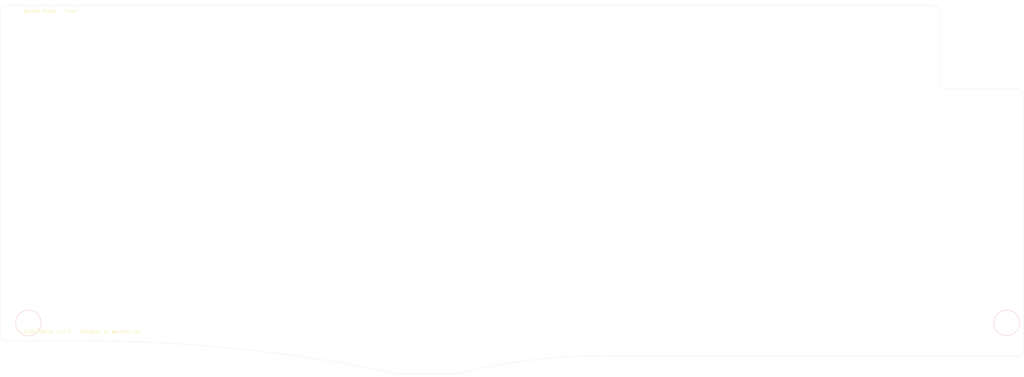
<source format=kicad_pcb>
(kicad_pcb (version 20240108) (generator "pcbnew") (generator_version "8.0")
  (layers (0 "F.Cu" signal) (31 "B.Cu" signal) (34 "B.Paste" user) (35 "F.Paste" user) (36 "B.SilkS" user "B.Silkscreen") (37 "F.SilkS" user "F.Silkscreen") (38 "B.Mask" user) (39 "F.Mask" user) (44 "Edge.Cuts" user))
  (net 0 "")
  (footprint "kbd_Hole:m2_Screw_Hole" (layer "F.Cu") (at 76.2 95.25)
    (property "Reference" "Ref**")
    (property "Value" "Val**")
    (pad "" np_thru_hole circle (at 0 0) (size 2.2 2.2) (drill 2.2) (layers "*.Cu" "*.Mask"))
  )
  (footprint "kbd_Hole:m2_Screw_Hole" (layer "F.Cu") (at 228.6 71.4375)
    (property "Reference" "Ref**")
    (property "Value" "Val**")
    (pad "" np_thru_hole circle (at 0 0) (size 2.2 2.2) (drill 2.2) (layers "F&B.Cu" "*.Mask"))
  )
  (footprint "kbd_Hole:m2_Screw_Hole" (layer "F.Cu") (at 178.59375 154.78125)
    (property "Reference" "Ref**")
    (property "Value" "Val**")
    (pad "" np_thru_hole circle (at 0 0) (size 2.2 2.2) (drill 2.2) (layers "*.Cu" "*.Mask"))
  )
  (footprint "kbd_Hole:m2_Screw_Hole" (layer "F.Cu") (at 361.95 71.4375)
    (property "Reference" "Ref**")
    (property "Value" "Val**")
    (pad "" np_thru_hole circle (at 0 0) (size 2.2 2.2) (drill 2.2) (layers "F&B.Cu" "*.Mask"))
  )
  (footprint "kbd_Hole:m2_Screw_Hole" (layer "F.Cu") (at 178.59375 111.91875)
    (property "Reference" "Ref**")
    (property "Value" "Val**")
    (pad "" np_thru_hole circle (at 0 0) (size 2.2 2.2) (drill 2.2) (layers "*.Cu" "*.Mask"))
  )
  (footprint "kbd_Hole:m2_Screw_Hole" (layer "F.Cu") (at 47.625 71.4375)
    (property "Reference" "Ref**")
    (property "Value" "Val**")
    (pad "" np_thru_hole circle (at 0 0) (size 2.2 2.2) (drill 2.2) (layers "F&B.Cu" "*.Mask"))
  )
  (footprint "kbd_Hole:m2_Screw_Hole" (layer "F.Cu") (at 314.325 102.39375)
    (property "Reference" "Ref**")
    (property "Value" "Val**")
    (pad "" np_thru_hole circle (at 0 0) (size 2.2 2.2) (drill 2.2) (layers "*.Cu" "*.Mask"))
  )
  (footprint "kbd_Hole:m2_Screw_Hole" (layer "F.Cu") (at 335.75625 45.24375)
    (property "Reference" "Ref**")
    (property "Value" "Val**")
    (pad "" np_thru_hole circle (at 0 0) (size 2.2 2.2) (drill 2.2) (layers "*.Cu" "*.Mask"))
  )
  (footprint "kbd_Hole:m2_Screw_Hole" (layer "F.Cu") (at 361.95 150.01875)
    (property "Reference" "Ref**")
    (property "Value" "Val**")
    (pad "" np_thru_hole circle (at 0 0) (size 2.2 2.2) (drill 2.2) (layers "*.Cu" "*.Mask"))
  )
  (footprint "kbd_Hole:m2_Screw_Hole" (layer "F.Cu") (at 173.83125 45.24375)
    (property "Reference" "Ref**")
    (property "Value" "Val**")
    (pad "" np_thru_hole circle (at 0 0) (size 2.2 2.2) (drill 2.2) (layers "*.Cu" "*.Mask"))
  )
  (footprint "kbd_Hole:m2_Screw_Hole" (layer "F.Cu") (at 47.625 145.25625)
    (property "Reference" "Ref**")
    (property "Value" "Val**")
    (pad "" np_thru_hole circle (at 0 0) (size 2.2 2.2) (drill 2.2) (layers "*.Cu" "*.Mask"))
  )
  (footprint "kbd_Hole:m2_Screw_Hole" (layer "F.Cu") (at 47.625 45.24375)
    (property "Reference" "Ref**")
    (property "Value" "Val**")
    (pad "" np_thru_hole circle (at 0 0) (size 2.2 2.2) (drill 2.2) (layers "*.Cu" "*.Mask"))
  )
  (gr_circle (center 54 142) (end 58 142) (stroke (width 0.1)) (fill none) (layer "B.SilkS"))
  (gr_circle (center 359 142) (end 363 142) (stroke (width 0.1)) (fill none) (layer "B.SilkS"))
  (gr_arc (start 340.1375 69.0562) (mid 338.723289 68.470446) (end 338.1375 67.05625) (stroke (width 0.05)) (layer "Edge.Cuts"))
  (gr_line (start 362.33125 152.4) (end 238.125 152.4) (stroke (width 0.05)) (layer "Edge.Cuts"))
  (gr_line (start 340.1375 69.0562) (end 362.33125 69.05625) (stroke (width 0.05)) (layer "Edge.Cuts"))
  (gr_line (start 336.1375 42.8625) (end 47.24375 42.8625) (stroke (width 0.05)) (layer "Edge.Cuts"))
  (gr_line (start 45.24375 44.8625) (end 45.24375 145.6375) (stroke (width 0.05)) (layer "Edge.Cuts"))
  (gr_arc (start 188.092757 157.826835) (mid 212.918555 153.358745) (end 238.125 152.4) (stroke (width 0.05)) (layer "Edge.Cuts"))
  (gr_arc (start 362.33125 69.05625) (mid 363.745461 69.642004) (end 364.33125 71.0562) (stroke (width 0.05)) (layer "Edge.Cuts"))
  (gr_line (start 47.24375 147.6375) (end 71.4375 147.6375) (stroke (width 0.05)) (layer "Edge.Cuts"))
  (gr_arc (start 336.1375 42.86255) (mid 337.551711 43.448304) (end 338.1375 44.8625) (stroke (width 0.05)) (layer "Edge.Cuts"))
  (gr_line (start 168.928349 157.826835) (end 188.092757 157.826835) (stroke (width 0.05)) (layer "Edge.Cuts"))
  (gr_arc (start 45.24375 44.8625) (mid 45.829536 43.448286) (end 47.24375 42.8625) (stroke (width 0.05)) (layer "Edge.Cuts"))
  (gr_arc (start 364.33125 150.4) (mid 363.745464 151.814214) (end 362.33125 152.4) (stroke (width 0.05)) (layer "Edge.Cuts"))
  (gr_arc (start 47.24375 147.6375) (mid 45.829536 147.051714) (end 45.24375 145.6375) (stroke (width 0.05)) (layer "Edge.Cuts"))
  (gr_line (start 338.1375 44.8625) (end 338.1375 67.05625) (stroke (width 0.05)) (layer "Edge.Cuts"))
  (gr_line (start 364.33125 150.4) (end 364.33125 71.0562) (stroke (width 0.05)) (layer "Edge.Cuts"))
  (gr_arc (start 71.4375 147.6375) (mid 120.448438 150.191753) (end 168.928349 157.826835) (stroke (width 0.05)) (layer "Edge.Cuts"))
  (gr_text "Bottom Plate - Front" (at 52.3875 45.24375 0) (layer "F.SilkS") (effects (font (size 1 1) (thickness 0.1)) (justify left bottom)))
  (gr_text "Earth72alice v1.0.0 - Designed by @alektor_diy" (at 52.3875 145.25625 0) (layer "F.SilkS") (effects (font (size 1 1) (thickness 0.1)) (justify left bottom)))
)
</source>
